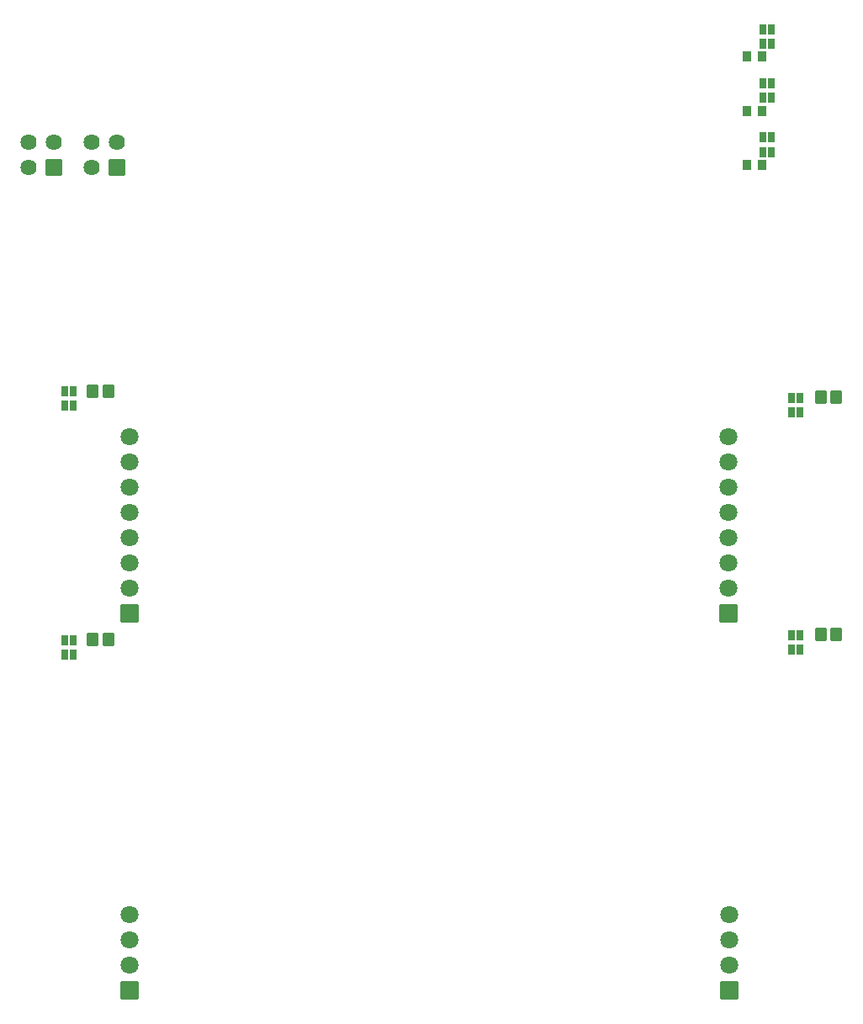
<source format=gts>
G04 Layer: TopSolderMaskLayer*
G04 EasyEDA v6.5.34, 2023-09-22 05:33:05*
G04 483193eee7e04f69b81b85979c1b7fa7,5a6b42c53f6a479593ecc07194224c93,10*
G04 Gerber Generator version 0.2*
G04 Scale: 100 percent, Rotated: No, Reflected: No *
G04 Dimensions in millimeters *
G04 leading zeros omitted , absolute positions ,4 integer and 5 decimal *
%FSLAX45Y45*%
%MOMM*%

%AMMACRO1*1,1,$1,$2,$3*1,1,$1,$4,$5*1,1,$1,0-$2,0-$3*1,1,$1,0-$4,0-$5*20,1,$1,$2,$3,$4,$5,0*20,1,$1,$4,$5,0-$2,0-$3,0*20,1,$1,0-$2,0-$3,0-$4,0-$5,0*20,1,$1,0-$4,0-$5,$2,$3,0*4,1,4,$2,$3,$4,$5,0-$2,0-$3,0-$4,0-$5,$2,$3,0*%
%ADD10MACRO1,0.1016X0.762X0.762X-0.762X0.762*%
%ADD11C,1.6256*%
%ADD12MACRO1,0.1016X0.85X-0.85X0.85X0.85*%
%ADD13C,1.8016*%
%ADD14MACRO1,0.1016X0.85X0.85X0.85X-0.85*%
%ADD15MACRO1,0.1016X0.3X0.425X0.3X-0.425*%
%ADD16MACRO1,0.2032X-0.5X0.55X0.5X0.55*%
%ADD17MACRO1,0.1016X0.4032X0.432X0.4032X-0.432*%
%ADD18MACRO1,0.1016X-0.4032X0.432X-0.4032X-0.432*%

%LPD*%
D10*
G01*
X1397000Y9906000D03*
D11*
G01*
X1397000Y10160000D03*
G01*
X1143000Y9906000D03*
G01*
X1143000Y10160000D03*
D10*
G01*
X762000Y9906000D03*
D11*
G01*
X762000Y10160000D03*
G01*
X508000Y9906000D03*
G01*
X508000Y10160000D03*
D12*
G01*
X7560033Y1625597D03*
D13*
G01*
X7560030Y1879600D03*
G01*
X7560030Y2133600D03*
G01*
X7560030Y2387600D03*
D14*
G01*
X7552895Y5422887D03*
D13*
G01*
X7552893Y5676874D03*
G01*
X7552893Y5930874D03*
G01*
X7552893Y6184874D03*
G01*
X7552893Y6438874D03*
G01*
X7552893Y6692874D03*
G01*
X7552893Y6946874D03*
G01*
X7552893Y7200874D03*
D14*
G01*
X1527497Y5422887D03*
D13*
G01*
X1527505Y5676874D03*
G01*
X1527505Y5930874D03*
G01*
X1527505Y6184874D03*
G01*
X1527505Y6438874D03*
G01*
X1527505Y6692874D03*
G01*
X1527505Y6946874D03*
G01*
X1527505Y7200874D03*
D12*
G01*
X1527500Y1625600D03*
D13*
G01*
X1527505Y1879600D03*
G01*
X1527505Y2133600D03*
G01*
X1527505Y2387600D03*
D15*
G01*
X7984799Y11299290D03*
G01*
X7899801Y11154307D03*
G01*
X7984799Y11154307D03*
G01*
X7899801Y11299290D03*
G01*
X7984799Y10754790D03*
G01*
X7899801Y10609807D03*
G01*
X7984799Y10609807D03*
G01*
X7899801Y10754790D03*
G01*
X7984799Y10210290D03*
G01*
X7899801Y10065307D03*
G01*
X7984799Y10065307D03*
G01*
X7899801Y10210290D03*
D16*
G01*
X1311907Y7658100D03*
G01*
X1151907Y7658100D03*
D15*
G01*
X956899Y7654390D03*
G01*
X871900Y7509407D03*
G01*
X956899Y7509407D03*
G01*
X871900Y7654390D03*
G01*
X956899Y5152490D03*
G01*
X871900Y5007507D03*
G01*
X956899Y5007507D03*
G01*
X871900Y5152490D03*
D16*
G01*
X1311907Y5156200D03*
G01*
X1151907Y5156200D03*
G01*
X8639807Y5207000D03*
G01*
X8479807Y5207000D03*
D15*
G01*
X8272099Y5203290D03*
G01*
X8187100Y5058307D03*
G01*
X8272099Y5058307D03*
G01*
X8187100Y5203290D03*
G01*
X8272099Y7590890D03*
G01*
X8187100Y7445907D03*
G01*
X8272099Y7445907D03*
G01*
X8187100Y7590890D03*
D16*
G01*
X8639807Y7594600D03*
G01*
X8479807Y7594600D03*
D17*
G01*
X7739975Y11023600D03*
D18*
G01*
X7890625Y11023600D03*
D17*
G01*
X7739975Y9931400D03*
D18*
G01*
X7890625Y9931400D03*
D17*
G01*
X7739975Y10477500D03*
D18*
G01*
X7890625Y10477500D03*
M02*

</source>
